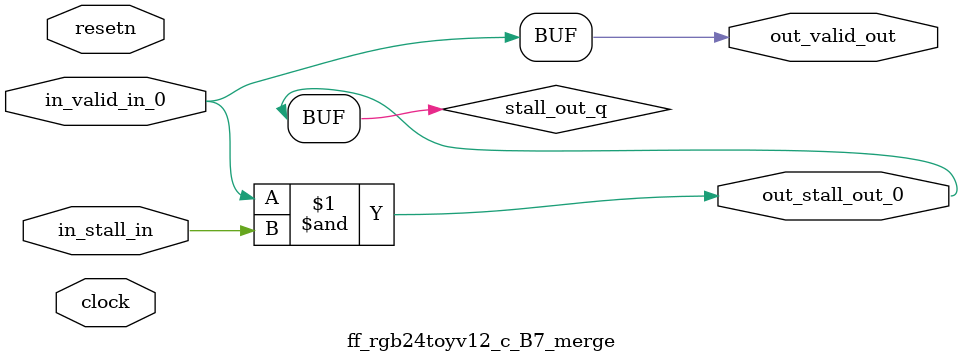
<source format=sv>



(* altera_attribute = "-name AUTO_SHIFT_REGISTER_RECOGNITION OFF; -name MESSAGE_DISABLE 10036; -name MESSAGE_DISABLE 10037; -name MESSAGE_DISABLE 14130; -name MESSAGE_DISABLE 14320; -name MESSAGE_DISABLE 15400; -name MESSAGE_DISABLE 14130; -name MESSAGE_DISABLE 10036; -name MESSAGE_DISABLE 12020; -name MESSAGE_DISABLE 12030; -name MESSAGE_DISABLE 12010; -name MESSAGE_DISABLE 12110; -name MESSAGE_DISABLE 14320; -name MESSAGE_DISABLE 13410; -name MESSAGE_DISABLE 113007; -name MESSAGE_DISABLE 10958" *)
module ff_rgb24toyv12_c_B7_merge (
    input wire [0:0] in_stall_in,
    input wire [0:0] in_valid_in_0,
    output wire [0:0] out_stall_out_0,
    output wire [0:0] out_valid_out,
    input wire clock,
    input wire resetn
    );

    wire [0:0] stall_out_q;


    // stall_out(LOGICAL,6)
    assign stall_out_q = in_valid_in_0 & in_stall_in;

    // out_stall_out_0(GPOUT,4)
    assign out_stall_out_0 = stall_out_q;

    // out_valid_out(GPOUT,5)
    assign out_valid_out = in_valid_in_0;

endmodule

</source>
